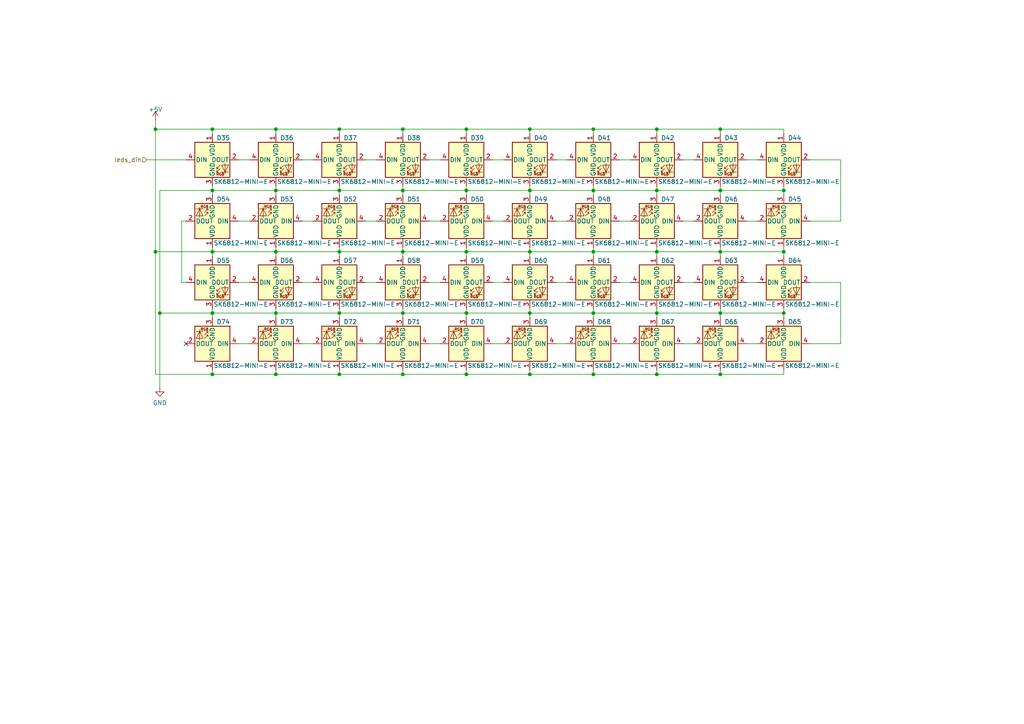
<source format=kicad_sch>
(kicad_sch (version 20230121) (generator eeschema)
  (paper "A4")
  (lib_symbols
    (symbol "power:+5V" (power) (pin_names (offset 0))
      (property "Value" "+5V" (at 0 3.556 0))
      (symbol "+5V_0_1"
        (polyline (pts (xy -0.762 1.27) (xy 0 2.54)))
        (polyline (pts (xy 0 0) (xy 0 2.54)))
        (polyline (pts (xy 0 2.54) (xy 0.762 1.27)))
      )
      (symbol "+5V_1_1"
        (pin power_in line (at 0 0 90) (length 0) hide (name "+5V") (number "1"))
      )
    )
    (symbol "power:GND" (power) (pin_names (offset 0))
      (property "Value" "GND" (at 0 -3.81 0))
      (symbol "GND_0_1"
        (polyline (pts (xy 0 0) (xy 0 -1.27) (xy 1.27 -1.27) (xy 0 -2.54) (xy -1.27 -1.27) (xy 0 -1.27)))
      )
      (symbol "GND_1_1"
        (pin power_in line (at 0 0 270) (length 0) hide (name "GND") (number "1"))
      )
    )
    (symbol "sk6812-mini-e:SK6812-MINI-E" (pin_names (offset 0.254))
      (property "Reference" "D" (at 5.08 5.715 0))
      (property "Value" "SK6812-MINI-E" (at 1.27 -5.715 0))
      (symbol "SK6812-MINI-E_0_0"
        (text "RGB" (at 2.286 -4.191 0) (effects (font (size 0.762 0.762))))
      )
      (symbol "SK6812-MINI-E_0_1"
        (polyline (pts (xy 1.27 -3.556) (xy 1.778 -3.556)))
        (polyline (pts (xy 1.27 -2.54) (xy 1.778 -2.54)))
        (polyline (pts (xy 4.699 -3.556) (xy 2.667 -3.556)))
        (polyline (pts (xy 2.286 -2.54) (xy 1.27 -3.556) (xy 1.27 -3.048)))
        (polyline (pts (xy 2.286 -1.524) (xy 1.27 -2.54) (xy 1.27 -2.032)))
        (polyline (pts (xy 3.683 -1.016) (xy 3.683 -3.556) (xy 3.683 -4.064)))
        (polyline (pts (xy 4.699 -1.524) (xy 2.667 -1.524) (xy 3.683 -3.556) (xy 4.699 -1.524)))
        (rectangle (start 5.08 5.08) (end -5.08 -5.08) (stroke (width 0.254)) (fill (type background)))
      )
      (symbol "SK6812-MINI-E_1_1"
        (pin power_in line (at 0 7.62 270) (length 2.54) (name "VDD") (number "1"))
        (pin output line (at 7.62 0 180) (length 2.54) (name "DOUT") (number "2"))
        (pin power_in line (at 0 -7.62 90) (length 2.54) (name "GND") (number "3"))
        (pin input line (at -7.62 0 0) (length 2.54) (name "DIN") (number "4"))
      )
    )
  )
  (junction (at 116.84 55.245))
  (junction (at 61.595 73.025))
  (junction (at 153.67 55.245))
  (junction (at 227.33 55.245))
  (junction (at 208.915 55.245))
  (junction (at 190.5 37.465))
  (junction (at 80.01 37.465))
  (junction (at 172.085 73.025))
  (junction (at 153.67 90.805))
  (junction (at 172.085 55.245))
  (junction (at 61.595 55.245))
  (junction (at 190.5 108.585))
  (junction (at 98.425 73.025))
  (junction (at 153.67 37.465))
  (junction (at 116.84 108.585))
  (junction (at 45.085 37.465))
  (junction (at 116.84 73.025))
  (junction (at 208.915 37.465))
  (junction (at 208.915 73.025))
  (junction (at 80.01 73.025))
  (junction (at 227.33 90.805))
  (junction (at 98.425 90.805))
  (junction (at 116.84 90.805))
  (junction (at 61.595 108.585))
  (junction (at 61.595 37.465))
  (junction (at 172.085 90.805))
  (junction (at 208.915 108.585))
  (junction (at 80.01 55.245))
  (junction (at 135.255 90.805))
  (junction (at 135.255 108.585))
  (junction (at 98.425 108.585))
  (junction (at 135.255 73.025))
  (junction (at 172.085 108.585))
  (junction (at 190.5 55.245))
  (junction (at 98.425 55.245))
  (junction (at 116.84 37.465))
  (junction (at 153.67 73.025))
  (junction (at 80.01 108.585))
  (junction (at 172.085 37.465))
  (junction (at 190.5 73.025))
  (junction (at 153.67 108.585))
  (junction (at 46.355 90.805))
  (junction (at 61.595 90.805))
  (junction (at 98.425 37.465))
  (junction (at 190.5 90.805))
  (junction (at 45.085 73.025))
  (junction (at 135.255 37.465))
  (junction (at 135.255 55.245))
  (junction (at 227.33 73.025))
  (junction (at 80.01 90.805))
  (junction (at 208.915 90.805))
  (no_connect (at 53.975 99.695))
  (wire (pts (xy 116.84 55.245) (xy 116.84 56.515)))
  (wire (pts (xy 161.29 99.695) (xy 164.465 99.695)))
  (wire (pts (xy 98.425 108.585) (xy 80.01 108.585)))
  (wire (pts (xy 98.425 73.025) (xy 116.84 73.025)))
  (wire (pts (xy 116.84 108.585) (xy 116.84 107.315)))
  (wire (pts (xy 135.255 90.805) (xy 135.255 89.535)))
  (wire (pts (xy 135.255 73.025) (xy 135.255 74.295)))
  (wire (pts (xy 172.085 73.025) (xy 172.085 71.755)))
  (wire (pts (xy 153.67 89.535) (xy 153.67 90.805)))
  (wire (pts (xy 153.67 73.025) (xy 153.67 74.295)))
  (wire (pts (xy 227.33 107.315) (xy 227.33 108.585)))
  (wire (pts (xy 87.63 64.135) (xy 90.805 64.135)))
  (wire (pts (xy 98.425 55.245) (xy 98.425 56.515)))
  (wire (pts (xy 172.085 108.585) (xy 153.67 108.585)))
  (wire (pts (xy 208.915 90.805) (xy 208.915 92.075)))
  (wire (pts (xy 172.085 90.805) (xy 172.085 89.535)))
  (wire (pts (xy 208.915 108.585) (xy 208.915 107.315)))
  (wire (pts (xy 61.595 55.245) (xy 46.355 55.245)))
  (wire (pts (xy 45.085 73.025) (xy 61.595 73.025)))
  (wire (pts (xy 179.705 64.135) (xy 182.88 64.135)))
  (wire (pts (xy 172.085 108.585) (xy 172.085 107.315)))
  (wire (pts (xy 116.84 73.025) (xy 135.255 73.025)))
  (wire (pts (xy 135.255 73.025) (xy 135.255 71.755)))
  (wire (pts (xy 172.085 37.465) (xy 172.085 38.735)))
  (wire (pts (xy 45.085 73.025) (xy 45.085 37.465)))
  (wire (pts (xy 142.875 81.915) (xy 146.05 81.915)))
  (wire (pts (xy 190.5 55.245) (xy 190.5 56.515)))
  (wire (pts (xy 172.085 90.805) (xy 172.085 92.075)))
  (wire (pts (xy 153.67 108.585) (xy 153.67 107.315)))
  (wire (pts (xy 135.255 90.805) (xy 135.255 92.075)))
  (wire (pts (xy 190.5 108.585) (xy 190.5 107.315)))
  (wire (pts (xy 87.63 46.355) (xy 90.805 46.355)))
  (wire (pts (xy 227.33 73.025) (xy 227.33 74.295)))
  (wire (pts (xy 190.5 90.805) (xy 190.5 92.075)))
  (wire (pts (xy 106.045 99.695) (xy 109.22 99.695)))
  (wire (pts (xy 198.12 46.355) (xy 201.295 46.355)))
  (wire (pts (xy 172.085 73.025) (xy 190.5 73.025)))
  (wire (pts (xy 45.085 34.925) (xy 45.085 37.465)))
  (wire (pts (xy 172.085 73.025) (xy 172.085 74.295)))
  (wire (pts (xy 153.67 37.465) (xy 172.085 37.465)))
  (wire (pts (xy 124.46 81.915) (xy 127.635 81.915)))
  (wire (pts (xy 80.01 90.805) (xy 80.01 92.075)))
  (wire (pts (xy 243.84 99.695) (xy 234.95 99.695)))
  (wire (pts (xy 80.01 108.585) (xy 61.595 108.585)))
  (wire (pts (xy 61.595 73.025) (xy 80.01 73.025)))
  (wire (pts (xy 227.33 55.245) (xy 208.915 55.245)))
  (wire (pts (xy 227.33 73.025) (xy 227.33 71.755)))
  (wire (pts (xy 234.95 46.355) (xy 243.84 46.355)))
  (wire (pts (xy 116.84 73.025) (xy 116.84 71.755)))
  (wire (pts (xy 227.33 90.805) (xy 208.915 90.805)))
  (wire (pts (xy 116.84 89.535) (xy 116.84 90.805)))
  (wire (pts (xy 98.425 89.535) (xy 98.425 90.805)))
  (wire (pts (xy 198.12 99.695) (xy 201.295 99.695)))
  (wire (pts (xy 61.595 108.585) (xy 61.595 107.315)))
  (wire (pts (xy 190.5 55.245) (xy 190.5 53.975)))
  (wire (pts (xy 190.5 89.535) (xy 190.5 90.805)))
  (wire (pts (xy 190.5 90.805) (xy 172.085 90.805)))
  (wire (pts (xy 208.915 73.025) (xy 208.915 71.755)))
  (wire (pts (xy 61.595 73.025) (xy 61.595 74.295)))
  (wire (pts (xy 172.085 55.245) (xy 172.085 53.975)))
  (wire (pts (xy 208.915 37.465) (xy 208.915 38.735)))
  (wire (pts (xy 208.915 73.025) (xy 227.33 73.025)))
  (wire (pts (xy 61.595 55.245) (xy 61.595 53.975)))
  (wire (pts (xy 98.425 90.805) (xy 98.425 92.075)))
  (wire (pts (xy 190.5 73.025) (xy 190.5 71.755)))
  (wire (pts (xy 124.46 99.695) (xy 127.635 99.695)))
  (wire (pts (xy 208.915 55.245) (xy 208.915 53.975)))
  (wire (pts (xy 172.085 55.245) (xy 172.085 56.515)))
  (wire (pts (xy 80.01 55.245) (xy 80.01 56.515)))
  (wire (pts (xy 80.01 90.805) (xy 98.425 90.805)))
  (wire (pts (xy 153.67 55.245) (xy 153.67 53.975)))
  (wire (pts (xy 135.255 37.465) (xy 153.67 37.465)))
  (wire (pts (xy 87.63 99.695) (xy 90.805 99.695)))
  (wire (pts (xy 53.975 64.135) (xy 52.705 64.135)))
  (wire (pts (xy 190.5 55.245) (xy 172.085 55.245)))
  (wire (pts (xy 227.33 55.245) (xy 227.33 56.515)))
  (wire (pts (xy 98.425 108.585) (xy 98.425 107.315)))
  (wire (pts (xy 98.425 55.245) (xy 98.425 53.975)))
  (wire (pts (xy 227.33 37.465) (xy 227.33 38.735)))
  (wire (pts (xy 98.425 55.245) (xy 80.01 55.245)))
  (wire (pts (xy 52.705 64.135) (xy 52.705 81.915)))
  (wire (pts (xy 116.84 108.585) (xy 98.425 108.585)))
  (wire (pts (xy 80.01 37.465) (xy 98.425 37.465)))
  (wire (pts (xy 116.84 37.465) (xy 135.255 37.465)))
  (wire (pts (xy 80.01 89.535) (xy 80.01 90.805)))
  (wire (pts (xy 46.355 55.245) (xy 46.355 90.805)))
  (wire (pts (xy 61.595 90.805) (xy 80.01 90.805)))
  (wire (pts (xy 172.085 55.245) (xy 153.67 55.245)))
  (wire (pts (xy 135.255 55.245) (xy 153.67 55.245)))
  (wire (pts (xy 142.875 99.695) (xy 146.05 99.695)))
  (wire (pts (xy 61.595 89.535) (xy 61.595 90.805)))
  (wire (pts (xy 80.01 37.465) (xy 80.01 38.735)))
  (wire (pts (xy 190.5 37.465) (xy 190.5 38.735)))
  (wire (pts (xy 142.875 46.355) (xy 146.05 46.355)))
  (wire (pts (xy 153.67 73.025) (xy 153.67 71.755)))
  (wire (pts (xy 190.5 73.025) (xy 190.5 74.295)))
  (wire (pts (xy 106.045 81.915) (xy 109.22 81.915)))
  (wire (pts (xy 98.425 73.025) (xy 98.425 71.755)))
  (wire (pts (xy 61.595 37.465) (xy 61.595 38.735)))
  (wire (pts (xy 116.84 37.465) (xy 116.84 38.735)))
  (wire (pts (xy 98.425 37.465) (xy 116.84 37.465)))
  (wire (pts (xy 216.535 99.695) (xy 219.71 99.695)))
  (wire (pts (xy 135.255 55.245) (xy 135.255 56.515)))
  (wire (pts (xy 46.355 90.805) (xy 46.355 112.395)))
  (wire (pts (xy 80.01 73.025) (xy 80.01 71.755)))
  (wire (pts (xy 161.29 81.915) (xy 164.465 81.915)))
  (wire (pts (xy 124.46 46.355) (xy 127.635 46.355)))
  (wire (pts (xy 52.705 81.915) (xy 53.975 81.915)))
  (wire (pts (xy 80.01 108.585) (xy 80.01 107.315)))
  (wire (pts (xy 227.33 90.805) (xy 227.33 92.075)))
  (wire (pts (xy 190.5 73.025) (xy 208.915 73.025)))
  (wire (pts (xy 61.595 55.245) (xy 61.595 56.515)))
  (wire (pts (xy 208.915 55.245) (xy 208.915 56.515)))
  (wire (pts (xy 80.01 73.025) (xy 98.425 73.025)))
  (wire (pts (xy 161.29 46.355) (xy 164.465 46.355)))
  (wire (pts (xy 116.84 55.245) (xy 98.425 55.245)))
  (wire (pts (xy 116.84 55.245) (xy 135.255 55.245)))
  (wire (pts (xy 106.045 46.355) (xy 109.22 46.355)))
  (wire (pts (xy 153.67 73.025) (xy 172.085 73.025)))
  (wire (pts (xy 227.33 108.585) (xy 208.915 108.585)))
  (wire (pts (xy 179.705 46.355) (xy 182.88 46.355)))
  (wire (pts (xy 61.595 108.585) (xy 45.085 108.585)))
  (wire (pts (xy 216.535 81.915) (xy 219.71 81.915)))
  (wire (pts (xy 116.84 53.975) (xy 116.84 55.245)))
  (wire (pts (xy 135.255 37.465) (xy 135.255 38.735)))
  (wire (pts (xy 153.67 90.805) (xy 172.085 90.805)))
  (wire (pts (xy 98.425 73.025) (xy 98.425 74.295)))
  (wire (pts (xy 61.595 37.465) (xy 80.01 37.465)))
  (wire (pts (xy 69.215 64.135) (xy 72.39 64.135)))
  (wire (pts (xy 153.67 90.805) (xy 135.255 90.805)))
  (wire (pts (xy 124.46 64.135) (xy 127.635 64.135)))
  (wire (pts (xy 227.33 53.975) (xy 227.33 55.245)))
  (wire (pts (xy 135.255 73.025) (xy 153.67 73.025)))
  (wire (pts (xy 216.535 64.135) (xy 219.71 64.135)))
  (wire (pts (xy 45.085 37.465) (xy 61.595 37.465)))
  (wire (pts (xy 153.67 55.245) (xy 153.67 56.515)))
  (wire (pts (xy 42.545 46.355) (xy 53.975 46.355)))
  (wire (pts (xy 69.215 81.915) (xy 72.39 81.915)))
  (wire (pts (xy 179.705 81.915) (xy 182.88 81.915)))
  (wire (pts (xy 243.84 64.135) (xy 234.95 64.135)))
  (wire (pts (xy 116.84 90.805) (xy 135.255 90.805)))
  (wire (pts (xy 69.215 99.695) (xy 72.39 99.695)))
  (wire (pts (xy 135.255 108.585) (xy 135.255 107.315)))
  (wire (pts (xy 161.29 64.135) (xy 164.465 64.135)))
  (wire (pts (xy 142.875 64.135) (xy 146.05 64.135)))
  (wire (pts (xy 45.085 108.585) (xy 45.085 73.025)))
  (wire (pts (xy 190.5 108.585) (xy 172.085 108.585)))
  (wire (pts (xy 190.5 37.465) (xy 208.915 37.465)))
  (wire (pts (xy 98.425 90.805) (xy 116.84 90.805)))
  (wire (pts (xy 208.915 37.465) (xy 227.33 37.465)))
  (wire (pts (xy 208.915 73.025) (xy 208.915 74.295)))
  (wire (pts (xy 153.67 108.585) (xy 135.255 108.585)))
  (wire (pts (xy 80.01 55.245) (xy 61.595 55.245)))
  (wire (pts (xy 208.915 90.805) (xy 208.915 89.535)))
  (wire (pts (xy 87.63 81.915) (xy 90.805 81.915)))
  (wire (pts (xy 153.67 90.805) (xy 153.67 92.075)))
  (wire (pts (xy 116.84 90.805) (xy 116.84 92.075)))
  (wire (pts (xy 135.255 53.975) (xy 135.255 55.245)))
  (wire (pts (xy 46.355 90.805) (xy 61.595 90.805)))
  (wire (pts (xy 153.67 37.465) (xy 153.67 38.735)))
  (wire (pts (xy 208.915 55.245) (xy 190.5 55.245)))
  (wire (pts (xy 116.84 73.025) (xy 116.84 74.295)))
  (wire (pts (xy 135.255 108.585) (xy 116.84 108.585)))
  (wire (pts (xy 61.595 71.755) (xy 61.595 73.025)))
  (wire (pts (xy 227.33 89.535) (xy 227.33 90.805)))
  (wire (pts (xy 69.215 46.355) (xy 72.39 46.355)))
  (wire (pts (xy 234.95 81.915) (xy 243.84 81.915)))
  (wire (pts (xy 80.01 73.025) (xy 80.01 74.295)))
  (wire (pts (xy 243.84 46.355) (xy 243.84 64.135)))
  (wire (pts (xy 190.5 90.805) (xy 208.915 90.805)))
  (wire (pts (xy 179.705 99.695) (xy 182.88 99.695)))
  (wire (pts (xy 80.01 55.245) (xy 80.01 53.975)))
  (wire (pts (xy 198.12 64.135) (xy 201.295 64.135)))
  (wire (pts (xy 243.84 81.915) (xy 243.84 99.695)))
  (wire (pts (xy 98.425 37.465) (xy 98.425 38.735)))
  (wire (pts (xy 106.045 64.135) (xy 109.22 64.135)))
  (wire (pts (xy 198.12 81.915) (xy 201.295 81.915)))
  (wire (pts (xy 61.595 90.805) (xy 61.595 92.075)))
  (wire (pts (xy 172.085 37.465) (xy 190.5 37.465)))
  (wire (pts (xy 208.915 108.585) (xy 190.5 108.585)))
  (wire (pts (xy 216.535 46.355) (xy 219.71 46.355)))
  (hierarchical_label "leds_din" (shape input) (at 42.545 46.355 180))
  (symbol (lib_id "sk6812-mini-e:SK6812-MINI-E") (at 227.33 81.915 0) (unit 1)
    (property "Reference" "D64" (at 230.505 75.565 0))
    (property "Value" "SK6812-MINI-E" (at 235.585 88.265 0))
    (property "Footprint" "footprints:sk6812-mini-e" (effects hide))
  )
  (symbol (lib_id "sk6812-mini-e:SK6812-MINI-E") (at 172.085 81.915 0) (unit 1)
    (property "Reference" "D61" (at 175.26 75.565 0))
    (property "Value" "SK6812-MINI-E" (at 180.34 88.265 0))
    (property "Footprint" "footprints:sk6812-mini-e" (effects hide))
  )
  (symbol (lib_id "sk6812-mini-e:SK6812-MINI-E") (at 190.5 64.135 180) (unit 1)
    (property "Reference" "D47" (at 193.675 57.785 0))
    (property "Value" "SK6812-MINI-E" (at 198.755 70.485 0))
    (property "Footprint" "footprints:sk6812-mini-e" (effects hide))
  )
  (symbol (lib_id "sk6812-mini-e:SK6812-MINI-E") (at 208.915 81.915 0) (unit 1)
    (property "Reference" "D63" (at 212.09 75.565 0))
    (property "Value" "SK6812-MINI-E" (at 217.17 88.265 0))
    (property "Footprint" "footprints:sk6812-mini-e" (effects hide))
  )
  (symbol (lib_id "sk6812-mini-e:SK6812-MINI-E") (at 190.5 81.915 0) (unit 1)
    (property "Reference" "D62" (at 193.675 75.565 0))
    (property "Value" "SK6812-MINI-E" (at 198.755 88.265 0))
    (property "Footprint" "footprints:sk6812-mini-e" (effects hide))
  )
  (symbol (lib_id "sk6812-mini-e:SK6812-MINI-E") (at 80.01 99.695 180) (unit 1)
    (property "Reference" "D73" (at 83.185 93.345 0))
    (property "Value" "SK6812-MINI-E" (at 88.265 106.045 0))
    (property "Footprint" "footprints:sk6812-mini-e" (effects hide))
  )
  (symbol (lib_id "sk6812-mini-e:SK6812-MINI-E") (at 116.84 46.355 0) (unit 1)
    (property "Reference" "D38" (at 120.015 40.005 0))
    (property "Value" "SK6812-MINI-E" (at 125.095 52.705 0))
    (property "Footprint" "footprints:sk6812-mini-e" (effects hide))
  )
  (symbol (lib_id "sk6812-mini-e:SK6812-MINI-E") (at 98.425 64.135 180) (unit 1)
    (property "Reference" "D52" (at 101.6 57.785 0))
    (property "Value" "SK6812-MINI-E" (at 106.68 70.485 0))
    (property "Footprint" "footprints:sk6812-mini-e" (effects hide))
  )
  (symbol (lib_id "sk6812-mini-e:SK6812-MINI-E") (at 98.425 46.355 0) (unit 1)
    (property "Reference" "D37" (at 101.6 40.005 0))
    (property "Value" "SK6812-MINI-E" (at 106.68 52.705 0))
    (property "Footprint" "footprints:sk6812-mini-e" (effects hide))
  )
  (symbol (lib_id "power:GND") (at 46.355 112.395 0) (unit 1)
    (property "Reference" "#PWR011" (effects hide))
    (property "Value" "GND" (at 46.355 116.84 0))
  )
  (symbol (lib_id "sk6812-mini-e:SK6812-MINI-E") (at 190.5 99.695 180) (unit 1)
    (property "Reference" "D67" (at 193.675 93.345 0))
    (property "Value" "SK6812-MINI-E" (at 198.755 106.045 0))
    (property "Footprint" "footprints:sk6812-mini-e" (effects hide))
  )
  (symbol (lib_id "sk6812-mini-e:SK6812-MINI-E") (at 135.255 64.135 180) (unit 1)
    (property "Reference" "D50" (at 138.43 57.785 0))
    (property "Value" "SK6812-MINI-E" (at 143.51 70.485 0))
    (property "Footprint" "footprints:sk6812-mini-e" (effects hide))
  )
  (symbol (lib_id "sk6812-mini-e:SK6812-MINI-E") (at 172.085 99.695 180) (unit 1)
    (property "Reference" "D68" (at 175.26 93.345 0))
    (property "Value" "SK6812-MINI-E" (at 180.34 106.045 0))
    (property "Footprint" "footprints:sk6812-mini-e" (effects hide))
  )
  (symbol (lib_id "sk6812-mini-e:SK6812-MINI-E") (at 208.915 99.695 180) (unit 1)
    (property "Reference" "D66" (at 212.09 93.345 0))
    (property "Value" "SK6812-MINI-E" (at 217.17 106.045 0))
    (property "Footprint" "footprints:sk6812-mini-e" (effects hide))
  )
  (symbol (lib_id "sk6812-mini-e:SK6812-MINI-E") (at 98.425 99.695 180) (unit 1)
    (property "Reference" "D72" (at 101.6 93.345 0))
    (property "Value" "SK6812-MINI-E" (at 106.68 106.045 0))
    (property "Footprint" "footprints:sk6812-mini-e" (effects hide))
  )
  (symbol (lib_id "sk6812-mini-e:SK6812-MINI-E") (at 172.085 64.135 180) (unit 1)
    (property "Reference" "D48" (at 175.26 57.785 0))
    (property "Value" "SK6812-MINI-E" (at 180.34 70.485 0))
    (property "Footprint" "footprints:sk6812-mini-e" (effects hide))
  )
  (symbol (lib_id "sk6812-mini-e:SK6812-MINI-E") (at 135.255 99.695 180) (unit 1)
    (property "Reference" "D70" (at 138.43 93.345 0))
    (property "Value" "SK6812-MINI-E" (at 143.51 106.045 0))
    (property "Footprint" "footprints:sk6812-mini-e" (effects hide))
  )
  (symbol (lib_id "sk6812-mini-e:SK6812-MINI-E") (at 61.595 46.355 0) (unit 1)
    (property "Reference" "D35" (at 64.77 40.005 0))
    (property "Value" "SK6812-MINI-E" (at 69.85 52.705 0))
    (property "Footprint" "footprints:sk6812-mini-e" (effects hide))
  )
  (symbol (lib_id "sk6812-mini-e:SK6812-MINI-E") (at 227.33 99.695 180) (unit 1)
    (property "Reference" "D65" (at 230.505 93.345 0))
    (property "Value" "SK6812-MINI-E" (at 235.585 106.045 0))
    (property "Footprint" "footprints:sk6812-mini-e" (effects hide))
  )
  (symbol (lib_id "sk6812-mini-e:SK6812-MINI-E") (at 80.01 46.355 0) (unit 1)
    (property "Reference" "D36" (at 83.185 40.005 0))
    (property "Value" "SK6812-MINI-E" (at 88.265 52.705 0))
    (property "Footprint" "footprints:sk6812-mini-e" (effects hide))
  )
  (symbol (lib_id "sk6812-mini-e:SK6812-MINI-E") (at 153.67 81.915 0) (unit 1)
    (property "Reference" "D60" (at 156.845 75.565 0))
    (property "Value" "SK6812-MINI-E" (at 161.925 88.265 0))
    (property "Footprint" "footprints:sk6812-mini-e" (effects hide))
  )
  (symbol (lib_id "sk6812-mini-e:SK6812-MINI-E") (at 116.84 64.135 180) (unit 1)
    (property "Reference" "D51" (at 120.015 57.785 0))
    (property "Value" "SK6812-MINI-E" (at 125.095 70.485 0))
    (property "Footprint" "footprints:sk6812-mini-e" (effects hide))
  )
  (symbol (lib_id "sk6812-mini-e:SK6812-MINI-E") (at 153.67 99.695 180) (unit 1)
    (property "Reference" "D69" (at 156.845 93.345 0))
    (property "Value" "SK6812-MINI-E" (at 161.925 106.045 0))
    (property "Footprint" "footprints:sk6812-mini-e" (effects hide))
  )
  (symbol (lib_id "sk6812-mini-e:SK6812-MINI-E") (at 208.915 64.135 180) (unit 1)
    (property "Reference" "D46" (at 212.09 57.785 0))
    (property "Value" "SK6812-MINI-E" (at 217.17 70.485 0))
    (property "Footprint" "footprints:sk6812-mini-e" (effects hide))
  )
  (symbol (lib_id "sk6812-mini-e:SK6812-MINI-E") (at 116.84 81.915 0) (unit 1)
    (property "Reference" "D58" (at 120.015 75.565 0))
    (property "Value" "SK6812-MINI-E" (at 125.095 88.265 0))
    (property "Footprint" "footprints:sk6812-mini-e" (effects hide))
  )
  (symbol (lib_id "sk6812-mini-e:SK6812-MINI-E") (at 61.595 64.135 180) (unit 1)
    (property "Reference" "D54" (at 64.77 57.785 0))
    (property "Value" "SK6812-MINI-E" (at 69.85 70.485 0))
    (property "Footprint" "footprints:sk6812-mini-e" (effects hide))
  )
  (symbol (lib_id "sk6812-mini-e:SK6812-MINI-E") (at 153.67 46.355 0) (unit 1)
    (property "Reference" "D40" (at 156.845 40.005 0))
    (property "Value" "SK6812-MINI-E" (at 161.925 52.705 0))
    (property "Footprint" "footprints:sk6812-mini-e" (effects hide))
  )
  (symbol (lib_id "sk6812-mini-e:SK6812-MINI-E") (at 190.5 46.355 0) (unit 1)
    (property "Reference" "D42" (at 193.675 40.005 0))
    (property "Value" "SK6812-MINI-E" (at 198.755 52.705 0))
    (property "Footprint" "footprints:sk6812-mini-e" (effects hide))
  )
  (symbol (lib_id "sk6812-mini-e:SK6812-MINI-E") (at 80.01 81.915 0) (unit 1)
    (property "Reference" "D56" (at 83.185 75.565 0))
    (property "Value" "SK6812-MINI-E" (at 88.265 88.265 0))
    (property "Footprint" "footprints:sk6812-mini-e" (effects hide))
  )
  (symbol (lib_id "sk6812-mini-e:SK6812-MINI-E") (at 135.255 81.915 0) (unit 1)
    (property "Reference" "D59" (at 138.43 75.565 0))
    (property "Value" "SK6812-MINI-E" (at 143.51 88.265 0))
    (property "Footprint" "footprints:sk6812-mini-e" (effects hide))
  )
  (symbol (lib_id "sk6812-mini-e:SK6812-MINI-E") (at 61.595 81.915 0) (unit 1)
    (property "Reference" "D55" (at 64.77 75.565 0))
    (property "Value" "SK6812-MINI-E" (at 69.85 88.265 0))
    (property "Footprint" "footprints:sk6812-mini-e" (effects hide))
  )
  (symbol (lib_id "sk6812-mini-e:SK6812-MINI-E") (at 208.915 46.355 0) (unit 1)
    (property "Reference" "D43" (at 212.09 40.005 0))
    (property "Value" "SK6812-MINI-E" (at 217.17 52.705 0))
    (property "Footprint" "footprints:sk6812-mini-e" (effects hide))
  )
  (symbol (lib_id "sk6812-mini-e:SK6812-MINI-E") (at 135.255 46.355 0) (unit 1)
    (property "Reference" "D39" (at 138.43 40.005 0))
    (property "Value" "SK6812-MINI-E" (at 143.51 52.705 0))
    (property "Footprint" "footprints:sk6812-mini-e" (effects hide))
  )
  (symbol (lib_id "sk6812-mini-e:SK6812-MINI-E") (at 227.33 64.135 180) (unit 1)
    (property "Reference" "D45" (at 230.505 57.785 0))
    (property "Value" "SK6812-MINI-E" (at 235.585 70.485 0))
    (property "Footprint" "footprints:sk6812-mini-e" (effects hide))
  )
  (symbol (lib_id "sk6812-mini-e:SK6812-MINI-E") (at 153.67 64.135 180) (unit 1)
    (property "Reference" "D49" (at 156.845 57.785 0))
    (property "Value" "SK6812-MINI-E" (at 161.925 70.485 0))
    (property "Footprint" "footprints:sk6812-mini-e" (effects hide))
  )
  (symbol (lib_id "sk6812-mini-e:SK6812-MINI-E") (at 80.01 64.135 180) (unit 1)
    (property "Reference" "D53" (at 83.185 57.785 0))
    (property "Value" "SK6812-MINI-E" (at 88.265 70.485 0))
    (property "Footprint" "footprints:sk6812-mini-e" (effects hide))
  )
  (symbol (lib_id "sk6812-mini-e:SK6812-MINI-E") (at 172.085 46.355 0) (unit 1)
    (property "Reference" "D41" (at 175.26 40.005 0))
    (property "Value" "SK6812-MINI-E" (at 180.34 52.705 0))
    (property "Footprint" "footprints:sk6812-mini-e" (effects hide))
  )
  (symbol (lib_id "sk6812-mini-e:SK6812-MINI-E") (at 61.595 99.695 180) (unit 1)
    (property "Reference" "D74" (at 64.77 93.345 0))
    (property "Value" "SK6812-MINI-E" (at 69.85 106.045 0))
    (property "Footprint" "footprints:sk6812-mini-e" (effects hide))
  )
  (symbol (lib_id "power:+5V") (at 45.085 34.925 0) (unit 1)
    (property "Reference" "#PWR010" (effects hide))
    (property "Value" "+5V" (at 45.085 31.75 0))
  )
  (symbol (lib_id "sk6812-mini-e:SK6812-MINI-E") (at 227.33 46.355 0) (unit 1)
    (property "Reference" "D44" (at 230.505 40.005 0))
    (property "Value" "SK6812-MINI-E" (at 235.585 52.705 0))
    (property "Footprint" "footprints:sk6812-mini-e" (effects hide))
  )
  (symbol (lib_id "sk6812-mini-e:SK6812-MINI-E") (at 98.425 81.915 0) (unit 1)
    (property "Reference" "D57" (at 101.6 75.565 0))
    (property "Value" "SK6812-MINI-E" (at 106.68 88.265 0))
    (property "Footprint" "footprints:sk6812-mini-e" (effects hide))
  )
  (symbol (lib_id "sk6812-mini-e:SK6812-MINI-E") (at 116.84 99.695 180) (unit 1)
    (property "Reference" "D71" (at 120.015 93.345 0))
    (property "Value" "SK6812-MINI-E" (at 125.095 106.045 0))
    (property "Footprint" "footprints:sk6812-mini-e" (effects hide))
  )
)
</source>
